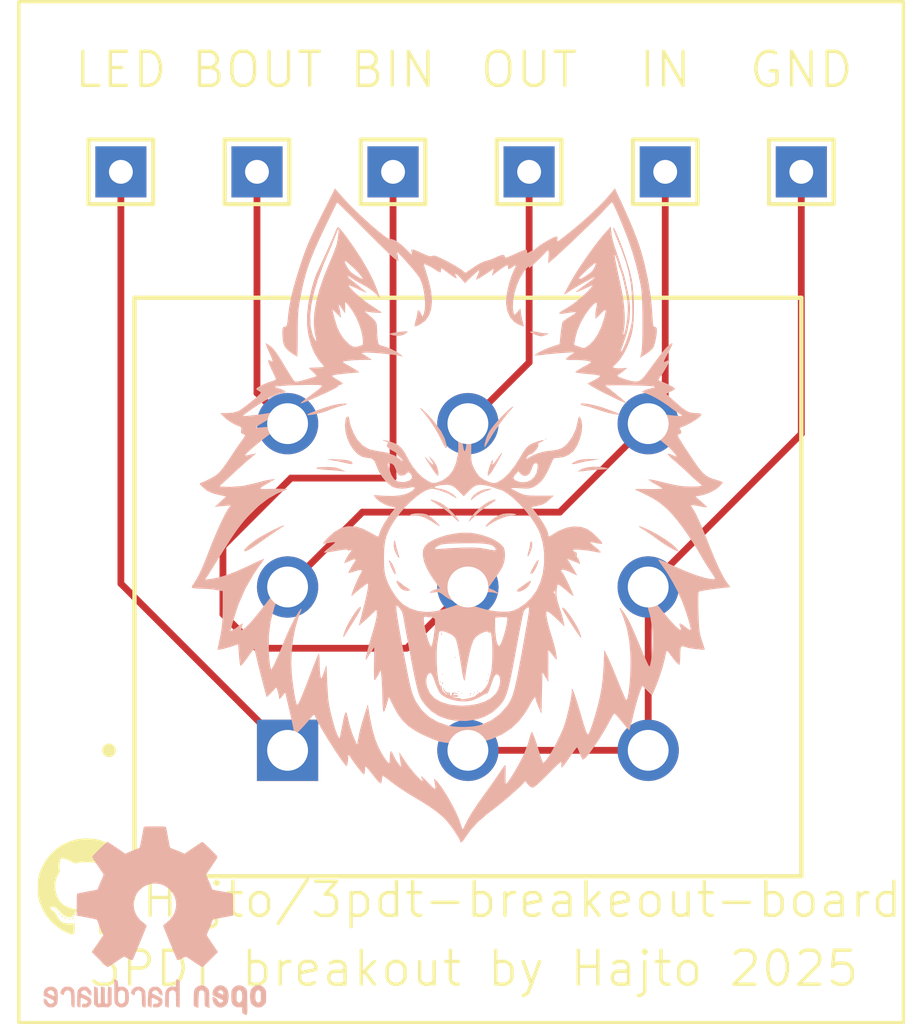
<source format=kicad_pcb>
(kicad_pcb (version 20241229) (generator "pcbnew") (generator_version "9.0")
  (layers (0 "F.Cu" signal) (2 "B.Cu" signal) (13 "F.Paste" user) (15 "B.Paste" user) (5 "F.SilkS" user "F.Silkscreen") (7 "B.SilkS" user "B.Silkscreen") (1 "F.Mask" user) (3 "B.Mask" user) (25 "Edge.Cuts" user))
  (net 0 "")
  (net 1 "Net-(BIN1-Pad1)")
  (net 2 "Net-(BOUD1-Pad1)")
  (net 3 "Net-(GND1-Pad1)")
  (net 4 "Net-(IN1-Pad1)")
  (net 5 "Net-(LED1-Pad1)")
  (net 6 "Net-(OUT1-Pad1)")
  (footprint "TestPoint:TestPoint_THTPad_1.5x1.5mm_Drill0.7mm" (layer "F.Cu") (at 141 72)
    (property "Reference" "BIN1" (hide yes))
    (property "Value" "TestPoint")
    (pad "1" thru_hole rect (at 0 0) (size 1.5 1.5) (drill 0.7) (layers "*.Cu" "*.Mask") (net 1 "Net-(BIN1-Pad1)"))
  )
  (footprint "TestPoint:TestPoint_THTPad_1.5x1.5mm_Drill0.7mm" (layer "F.Cu") (at 133 72)
    (property "Reference" "LED1" (hide yes))
    (property "Value" "TestPoint")
    (pad "1" thru_hole rect (at 0 0) (size 1.5 1.5) (drill 0.7) (layers "*.Cu" "*.Mask") (net 5 "Net-(LED1-Pad1)"))
  )
  (footprint "TestPoint:TestPoint_THTPad_1.5x1.5mm_Drill0.7mm" (layer "F.Cu") (at 145 72)
    (property "Reference" "OUT1" (hide yes))
    (property "Value" "TestPoint")
    (pad "1" thru_hole rect (at 0 0) (size 1.5 1.5) (drill 0.7) (layers "*.Cu" "*.Mask") (net 6 "Net-(OUT1-Pad1)"))
  )
  (footprint "Footprints:github_s" (layer "F.Cu") (at 132 93)
    (property "Reference" "G***" (hide yes))
    (property "Value" "LOGO" (hide yes))
  )
  (footprint "TestPoint:TestPoint_THTPad_1.5x1.5mm_Drill0.7mm" (layer "F.Cu") (at 137 72)
    (property "Reference" "BOUD1" (hide yes))
    (property "Value" "TestPoint")
    (pad "1" thru_hole rect (at 0 0) (size 1.5 1.5) (drill 0.7) (layers "*.Cu" "*.Mask") (net 2 "Net-(BOUD1-Pad1)"))
  )
  (footprint "TestPoint:TestPoint_THTPad_1.5x1.5mm_Drill0.7mm" (layer "F.Cu") (at 149 72)
    (property "Reference" "IN1" (hide yes))
    (property "Value" "TestPoint")
    (pad "1" thru_hole rect (at 0 0) (size 1.5 1.5) (drill 0.7) (layers "*.Cu" "*.Mask") (net 4 "Net-(IN1-Pad1)"))
  )
  (footprint "TestPoint:TestPoint_THTPad_1.5x1.5mm_Drill0.7mm" (layer "F.Cu") (at 153 72)
    (property "Reference" "GND1" (hide yes))
    (property "Value" "TestPoint")
    (pad "1" thru_hole rect (at 0 0) (size 1.5 1.5) (drill 0.7) (layers "*.Cu" "*.Mask") (net 3 "Net-(GND1-Pad1)"))
  )
  (footprint "FS57003PLT2B2M2QE:SW_FS57003PLT2B2M2QE" (layer "F.Cu") (at 143.2 84.2)
    (property "Reference" "PedalSwitch1" (hide yes))
    (property "Value" "FS57003PLT2B2M2QE")
    (pad "1" thru_hole rect (at -5.3 4.8) (size 1.8 1.8) (drill 1.2) (layers "*.Cu" "*.Mask") (net 5 "Net-(LED1-Pad1)"))
    (pad "2" thru_hole circle (at -5.3 0) (size 1.8 1.8) (drill 1.2) (layers "*.Cu" "*.Mask") (net 4 "Net-(IN1-Pad1)"))
    (pad "3" thru_hole circle (at -5.3 -4.8) (size 1.8 1.8) (drill 1.2) (layers "*.Cu" "*.Mask") (net 2 "Net-(BOUD1-Pad1)"))
    (pad "4" thru_hole circle (at 0 4.8) (size 1.8 1.8) (drill 1.2) (layers "*.Cu" "*.Mask") (net 3 "Net-(GND1-Pad1)"))
    (pad "5" thru_hole circle (at 0 0) (size 1.8 1.8) (drill 1.2) (layers "*.Cu" "*.Mask") (net 1 "Net-(BIN1-Pad1)"))
    (pad "6" thru_hole circle (at 0 -4.8) (size 1.8 1.8) (drill 1.2) (layers "*.Cu" "*.Mask") (net 6 "Net-(OUT1-Pad1)"))
    (pad "7" thru_hole circle (at 5.3 4.8) (size 1.8 1.8) (drill 1.2) (layers "*.Cu" "*.Mask") (net 3 "Net-(GND1-Pad1)"))
    (pad "8" thru_hole circle (at 5.3 0) (size 1.8 1.8) (drill 1.2) (layers "*.Cu" "*.Mask") (net 3 "Net-(GND1-Pad1)"))
    (pad "9" thru_hole circle (at 5.3 -4.8) (size 1.8 1.8) (drill 1.2) (layers "*.Cu" "*.Mask") (net 4 "Net-(IN1-Pad1)"))
  )
  (footprint "Footprints:logo_small" (layer "B.Cu") (at 143 82 180)
    (property "Reference" "G***" (hide yes))
    (property "Value" "LOGO" (hide yes))
  )
  (footprint "Symbol:OSHW-Logo2_7.3x6mm_SilkScreen" (layer "B.Cu") (at 134 94 180)
    (property "Reference" "REF**" (hide yes))
    (property "Value" "OSHW-Logo2_7.3x6mm_SilkScreen" (hide yes))
  )
  (gr_rect (start 130 67) (end 156 97) (stroke (width 0.1)) (fill no) (layer "F.SilkS"))
  (gr_text "IN" (at 149 69 0) (layer "F.SilkS") (effects (font (size 1 1) (thickness 0.1))))
  (gr_text "3PDT breakout by Hajto 2025" (at 132 96 0) (layer "F.SilkS") (effects (font (size 1 1) (thickness 0.1)) (justify left bottom)))
  (gr_text "LED" (at 133 69 0) (layer "F.SilkS") (effects (font (size 1 1) (thickness 0.1))))
  (gr_text "Hajto/3pdt-breakeout-board" (at 133.55837 93.975672 0) (layer "F.SilkS") (effects (font (size 1 1) (thickness 0.1)) (justify left bottom)))
  (gr_text "BIN" (at 141 69 0) (layer "F.SilkS") (effects (font (size 1 1) (thickness 0.1))))
  (gr_text "OUT" (at 145 69 0) (layer "F.SilkS") (effects (font (size 1 1) (thickness 0.1))))
  (gr_text "GND" (at 153 69 0) (layer "F.SilkS") (effects (font (size 1 1) (thickness 0.1))))
  (gr_text "BOUT" (at 137 69 0) (layer "F.SilkS") (effects (font (size 1 1) (thickness 0.1))))
  (segment (start 141 81) (end 138 81) (width 0.2) (layer "F.Cu") (net 1))
  (segment (start 141.4 86) (end 143.2 84.2) (width 0.2) (layer "F.Cu") (net 1))
  (segment (start 136 85) (end 137 86) (width 0.2) (layer "F.Cu") (net 1))
  (segment (start 138 81) (end 136 83) (width 0.2) (layer "F.Cu") (net 1))
  (segment (start 137 86) (end 141.4 86) (width 0.2) (layer "F.Cu") (net 1))
  (segment (start 136 83) (end 136 85) (width 0.2) (layer "F.Cu") (net 1))
  (segment (start 141 72) (end 141 81) (width 0.2) (layer "F.Cu") (net 1))
  (segment (start 137 72) (end 137 78.5) (width 0.2) (layer "F.Cu") (net 2))
  (segment (start 137 78.5) (end 137.9 79.4) (width 0.2) (layer "F.Cu") (net 2))
  (segment (start 148.5 84.2) (end 148.5 89) (width 0.2) (layer "F.Cu") (net 3))
  (segment (start 153 72) (end 153 79.7) (width 0.2) (layer "F.Cu") (net 3))
  (segment (start 143.2 89) (end 148.5 89) (width 0.2) (layer "F.Cu") (net 3))
  (segment (start 153 79.7) (end 148.5 84.2) (width 0.2) (layer "F.Cu") (net 3))
  (segment (start 145.9 82) (end 140.1 82) (width 0.2) (layer "F.Cu") (net 4))
  (segment (start 149 78.9) (end 148.5 79.4) (width 0.2) (layer "F.Cu") (net 4))
  (segment (start 149 72) (end 149 78.9) (width 0.2) (layer "F.Cu") (net 4))
  (segment (start 140.1 82) (end 137.9 84.2) (width 0.2) (layer "F.Cu") (net 4))
  (segment (start 148.5 79.4) (end 145.9 82) (width 0.2) (layer "F.Cu") (net 4))
  (segment (start 133 84.1) (end 137.9 89) (width 0.2) (layer "F.Cu") (net 5))
  (segment (start 133 72) (end 133 84.1) (width 0.2) (layer "F.Cu") (net 5))
  (segment (start 145 77.6) (end 143.2 79.4) (width 0.2) (layer "F.Cu") (net 6))
  (segment (start 145 72) (end 145 77.6) (width 0.2) (layer "F.Cu") (net 6))
)
</source>
